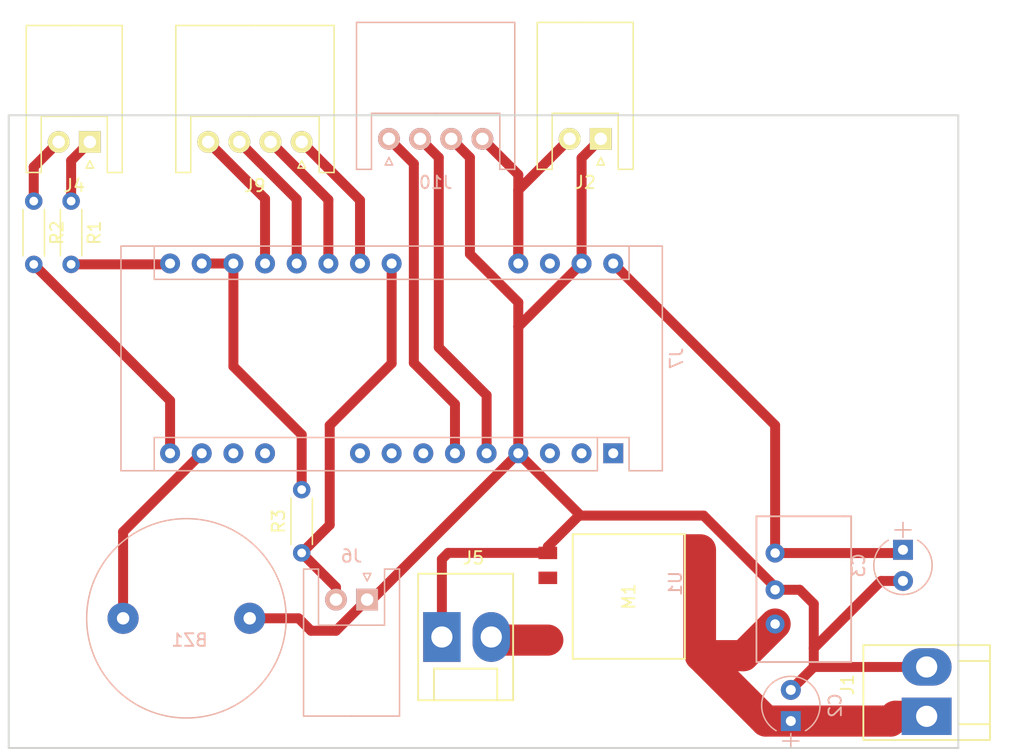
<source format=kicad_pcb>
(kicad_pcb (version 4) (host pcbnew 4.0.6)

  (general
    (links 36)
    (no_connects 4)
    (area 78.115 77.175 160.26 137.260001)
    (thickness 1.6)
    (drawings 4)
    (tracks 86)
    (zones 0)
    (modules 16)
    (nets 19)
  )

  (page A4)
  (layers
    (0 F.Cu signal)
    (31 B.Cu signal)
    (32 B.Adhes user)
    (33 F.Adhes user)
    (34 B.Paste user)
    (35 F.Paste user)
    (36 B.SilkS user)
    (37 F.SilkS user)
    (38 B.Mask user)
    (39 F.Mask user)
    (40 Dwgs.User user)
    (41 Cmts.User user)
    (42 Eco1.User user)
    (43 Eco2.User user)
    (44 Edge.Cuts user)
    (45 Margin user)
    (46 B.CrtYd user)
    (47 F.CrtYd user)
    (48 B.Fab user)
    (49 F.Fab user)
  )

  (setup
    (last_trace_width 0.8)
    (trace_clearance 0)
    (zone_clearance 0.508)
    (zone_45_only no)
    (trace_min 0.2)
    (segment_width 0.2)
    (edge_width 0.15)
    (via_size 0.6)
    (via_drill 0.4)
    (via_min_size 0.4)
    (via_min_drill 0.3)
    (uvia_size 0.3)
    (uvia_drill 0.1)
    (uvias_allowed no)
    (uvia_min_size 0.2)
    (uvia_min_drill 0.1)
    (pcb_text_width 0.3)
    (pcb_text_size 1.5 1.5)
    (mod_edge_width 0.15)
    (mod_text_size 1 1)
    (mod_text_width 0.15)
    (pad_size 1.75 1.75)
    (pad_drill 1)
    (pad_to_mask_clearance 0.2)
    (aux_axis_origin 0 0)
    (visible_elements 7FFFFFFF)
    (pcbplotparams
      (layerselection 0x01000_00000001)
      (usegerberextensions false)
      (excludeedgelayer true)
      (linewidth 0.100000)
      (plotframeref false)
      (viasonmask false)
      (mode 1)
      (useauxorigin false)
      (hpglpennumber 1)
      (hpglpenspeed 20)
      (hpglpendiameter 15)
      (hpglpenoverlay 2)
      (psnegative false)
      (psa4output false)
      (plotreference false)
      (plotvalue false)
      (plotinvisibletext false)
      (padsonsilk false)
      (subtractmaskfromsilk false)
      (outputformat 1)
      (mirror false)
      (drillshape 0)
      (scaleselection 1)
      (outputdirectory ""))
  )

  (net 0 "")
  (net 1 GND)
  (net 2 "Net-(C3-Pad1)")
  (net 3 "Net-(J7-PadA1)")
  (net 4 "Net-(J4-Pad1)")
  (net 5 "Net-(J4-Pad2)")
  (net 6 "Net-(J7-PadA3)")
  (net 7 "Net-(BZ1-Pad1)")
  (net 8 +24V)
  (net 9 "Net-(J6-Pad1)")
  (net 10 "Net-(J7-PadA0)")
  (net 11 "Net-(J10-Pad1)")
  (net 12 "Net-(J7-PadA2)")
  (net 13 "Net-(J10-Pad2)")
  (net 14 "Net-(J7-PadD11)")
  (net 15 "Net-(J7-PadD12)")
  (net 16 "Net-(J7-Pad3.3V)")
  (net 17 +5V)
  (net 18 "Net-(J7-PadD4)")

  (net_class Default "This is the default net class."
    (clearance 0)
    (trace_width 0.8)
    (via_dia 0.6)
    (via_drill 0.4)
    (uvia_dia 0.3)
    (uvia_drill 0.1)
    (add_net +24V)
    (add_net +5V)
    (add_net GND)
    (add_net "Net-(BZ1-Pad1)")
    (add_net "Net-(C3-Pad1)")
    (add_net "Net-(J10-Pad1)")
    (add_net "Net-(J10-Pad2)")
    (add_net "Net-(J4-Pad1)")
    (add_net "Net-(J4-Pad2)")
    (add_net "Net-(J6-Pad1)")
    (add_net "Net-(J7-Pad3.3V)")
    (add_net "Net-(J7-PadA0)")
    (add_net "Net-(J7-PadA1)")
    (add_net "Net-(J7-PadA2)")
    (add_net "Net-(J7-PadA3)")
    (add_net "Net-(J7-PadD11)")
    (add_net "Net-(J7-PadD12)")
    (add_net "Net-(J7-PadD4)")
  )

  (net_class +24V ""
    (clearance 0)
    (trace_width 1.5)
    (via_dia 0.6)
    (via_drill 0.4)
    (uvia_dia 0.3)
    (uvia_drill 0.1)
  )

  (module Buzzers_Beepers:BUZZER (layer B.Cu) (tedit 0) (tstamp 5993179D)
    (at 93 126.75)
    (path /59921F3E)
    (fp_text reference BZ1 (at 0.24892 1.75006) (layer B.SilkS)
      (effects (font (size 1 1) (thickness 0.15)) (justify mirror))
    )
    (fp_text value Buzzer (at 0 -1.50114) (layer B.Fab)
      (effects (font (size 1 1) (thickness 0.15)) (justify mirror))
    )
    (fp_circle (center 0 0) (end 8.001 -0.24892) (layer B.SilkS) (width 0.12))
    (pad 2 thru_hole circle (at 5.08 0) (size 2.49936 2.49936) (drill 1.00076) (layers *.Cu *.Mask)
      (net 1 GND))
    (pad 1 thru_hole circle (at -5.08 0) (size 2.49936 2.49936) (drill 1.00076) (layers *.Cu *.Mask)
      (net 7 "Net-(BZ1-Pad1)"))
  )

  (module MyFootprints:VN750PT (layer F.Cu) (tedit 59934EEF) (tstamp 59931AE3)
    (at 128 125 270)
    (path /5991F16C)
    (fp_text reference M1 (at 0 -0.5 270) (layer F.SilkS)
      (effects (font (size 1 1) (thickness 0.15)))
    )
    (fp_text value VN750PT (at 0 -2.54 270) (layer F.Fab)
      (effects (font (size 1 1) (thickness 0.15)))
    )
    (fp_line (start -5 4) (end 5 4) (layer F.SilkS) (width 0.15))
    (fp_line (start 5 4) (end 5 -5) (layer F.SilkS) (width 0.15))
    (fp_line (start 5 -5) (end -5 -5) (layer F.SilkS) (width 0.15))
    (fp_line (start -5 -5) (end -5 4) (layer F.SilkS) (width 0.15))
    (pad Vcc smd rect (at 0 -5.5 270) (size 10 1.25) (layers F.Cu F.Paste F.Mask)
      (net 8 +24V))
    (pad GND smd rect (at -3.5 6 270) (size 1 1.5) (layers F.Cu F.Paste F.Mask)
      (net 1 GND))
    (pad Inpu smd rect (at -1.5 6 270) (size 1 1.5) (layers F.Cu F.Paste F.Mask)
      (net 18 "Net-(J7-PadD4)"))
    (pad Vout smd rect (at 3.5 6 270) (size 1 1.5) (layers F.Cu F.Paste F.Mask)
      (net 8 +24V))
  )

  (module Modules:Arduino_Nano (layer B.Cu) (tedit 59934C99) (tstamp 59931A9B)
    (at 127.25 113.5 90)
    (descr "Arduino Nano, http://www.mouser.com/pdfdocs/Gravitech_Arduino_Nano3_0.pdf")
    (tags "Arduino Nano")
    (path /5991E2A5)
    (fp_text reference J7 (at 7.62 5.08 90) (layer B.SilkS)
      (effects (font (size 1 1) (thickness 0.15)) (justify mirror))
    )
    (fp_text value "Arduino Micro" (at 8.5 -17.75 360) (layer B.Fab)
      (effects (font (size 1 1) (thickness 0.15)) (justify mirror))
    )
    (fp_text user %R (at 6.35 -19.05 360) (layer B.Fab)
      (effects (font (size 1 1) (thickness 0.15)) (justify mirror))
    )
    (fp_line (start 1.27 -1.27) (end 1.27 1.27) (layer B.SilkS) (width 0.12))
    (fp_line (start 1.27 1.27) (end -1.4 1.27) (layer B.SilkS) (width 0.12))
    (fp_line (start -1.4 -1.27) (end -1.4 -39.5) (layer B.SilkS) (width 0.12))
    (fp_line (start -1.4 3.94) (end -1.4 1.27) (layer B.SilkS) (width 0.12))
    (fp_line (start 13.97 1.27) (end 16.64 1.27) (layer B.SilkS) (width 0.12))
    (fp_line (start 13.97 1.27) (end 13.97 -36.83) (layer B.SilkS) (width 0.12))
    (fp_line (start 13.97 -36.83) (end 16.64 -36.83) (layer B.SilkS) (width 0.12))
    (fp_line (start 1.27 -1.27) (end -1.4 -1.27) (layer B.SilkS) (width 0.12))
    (fp_line (start 1.27 -1.27) (end 1.27 -36.83) (layer B.SilkS) (width 0.12))
    (fp_line (start 1.27 -36.83) (end -1.4 -36.83) (layer B.SilkS) (width 0.12))
    (fp_line (start 3.81 -31.75) (end 11.43 -31.75) (layer B.Fab) (width 0.1))
    (fp_line (start 11.43 -31.75) (end 11.43 -41.91) (layer B.Fab) (width 0.1))
    (fp_line (start 11.43 -41.91) (end 3.81 -41.91) (layer B.Fab) (width 0.1))
    (fp_line (start 3.81 -41.91) (end 3.81 -31.75) (layer B.Fab) (width 0.1))
    (fp_line (start -1.4 -39.5) (end 16.64 -39.5) (layer B.SilkS) (width 0.12))
    (fp_line (start 16.64 -39.5) (end 16.64 3.94) (layer B.SilkS) (width 0.12))
    (fp_line (start 16.64 3.94) (end -1.4 3.94) (layer B.SilkS) (width 0.12))
    (fp_line (start 16.51 -39.37) (end -1.27 -39.37) (layer B.Fab) (width 0.1))
    (fp_line (start -1.27 -39.37) (end -1.27 2.54) (layer B.Fab) (width 0.1))
    (fp_line (start -1.27 2.54) (end 0 3.81) (layer B.Fab) (width 0.1))
    (fp_line (start 0 3.81) (end 16.51 3.81) (layer B.Fab) (width 0.1))
    (fp_line (start 16.51 3.81) (end 16.51 -39.37) (layer B.Fab) (width 0.1))
    (fp_line (start -1.53 4.06) (end 16.75 4.06) (layer B.CrtYd) (width 0.05))
    (fp_line (start -1.53 4.06) (end -1.53 -42.16) (layer B.CrtYd) (width 0.05))
    (fp_line (start 16.75 -42.16) (end 16.75 4.06) (layer B.CrtYd) (width 0.05))
    (fp_line (start 16.75 -42.16) (end -1.53 -42.16) (layer B.CrtYd) (width 0.05))
    (pad TX thru_hole rect (at 0 0 90) (size 1.6 1.6) (drill 0.8) (layers *.Cu *.Mask))
    (pad 3.3V thru_hole oval (at 15.24 -33.02 90) (size 1.6 1.6) (drill 0.8) (layers *.Cu *.Mask)
      (net 16 "Net-(J7-Pad3.3V)"))
    (pad RX thru_hole oval (at 0 -2.54 90) (size 1.6 1.6) (drill 0.8) (layers *.Cu *.Mask))
    (pad AREF thru_hole oval (at 15.24 -30.48 90) (size 1.6 1.6) (drill 0.8) (layers *.Cu *.Mask)
      (net 16 "Net-(J7-Pad3.3V)"))
    (pad RS thru_hole oval (at 0 -5.08 90) (size 1.6 1.6) (drill 0.8) (layers *.Cu *.Mask))
    (pad A0 thru_hole oval (at 15.24 -27.94 90) (size 1.6 1.6) (drill 0.8) (layers *.Cu *.Mask)
      (net 10 "Net-(J7-PadA0)"))
    (pad GND thru_hole oval (at 0 -7.62 90) (size 1.6 1.6) (drill 0.8) (layers *.Cu *.Mask)
      (net 1 GND))
    (pad A1 thru_hole oval (at 15.24 -25.4 90) (size 1.6 1.6) (drill 0.8) (layers *.Cu *.Mask)
      (net 3 "Net-(J7-PadA1)"))
    (pad SDA thru_hole oval (at 0 -10.16 90) (size 1.6 1.6) (drill 0.8) (layers *.Cu *.Mask)
      (net 11 "Net-(J10-Pad1)"))
    (pad A2 thru_hole oval (at 15.24 -22.86 90) (size 1.6 1.6) (drill 0.8) (layers *.Cu *.Mask)
      (net 12 "Net-(J7-PadA2)"))
    (pad SCL thru_hole oval (at 0 -12.7 90) (size 1.6 1.6) (drill 0.8) (layers *.Cu *.Mask)
      (net 13 "Net-(J10-Pad2)"))
    (pad A3 thru_hole oval (at 15.24 -20.32 90) (size 1.6 1.6) (drill 0.8) (layers *.Cu *.Mask)
      (net 6 "Net-(J7-PadA3)"))
    (pad D4 thru_hole oval (at 0 -15.24 90) (size 1.6 1.6) (drill 0.8) (layers *.Cu *.Mask))
    (pad A4 thru_hole oval (at 15.24 -17.78 90) (size 1.6 1.6) (drill 0.8) (layers *.Cu *.Mask)
      (net 9 "Net-(J6-Pad1)"))
    (pad D5 thru_hole oval (at 0 -17.78 90) (size 1.6 1.6) (drill 0.8) (layers *.Cu *.Mask))
    (pad D6 thru_hole oval (at 0 -20.32 90) (size 1.6 1.6) (drill 0.8) (layers *.Cu *.Mask))
    (pad 5V thru_hole oval (at 15.24 -7.62 90) (size 1.6 1.6) (drill 0.8) (layers *.Cu *.Mask)
      (net 17 +5V))
    (pad D9 thru_hole oval (at 0 -27.94 90) (size 1.6 1.6) (drill 0.8) (layers *.Cu *.Mask))
    (pad RS thru_hole oval (at 15.24 -5.08 90) (size 1.6 1.6) (drill 0.8) (layers *.Cu *.Mask))
    (pad D10 thru_hole oval (at 0 -30.48 90) (size 1.6 1.6) (drill 0.8) (layers *.Cu *.Mask)
      (net 18 "Net-(J7-PadD4)"))
    (pad GND thru_hole oval (at 15.24 -2.54 90) (size 1.6 1.6) (drill 0.8) (layers *.Cu *.Mask)
      (net 1 GND))
    (pad D11 thru_hole oval (at 0 -33.02 90) (size 1.6 1.6) (drill 0.8) (layers *.Cu *.Mask)
      (net 7 "Net-(BZ1-Pad1)"))
    (pad Vin thru_hole oval (at 15.24 0 90) (size 1.6 1.6) (drill 0.8) (layers *.Cu *.Mask)
      (net 2 "Net-(C3-Pad1)"))
    (pad D12 thru_hole oval (at 0 -35.56 90) (size 1.6 1.6) (drill 0.8) (layers *.Cu *.Mask)
      (net 15 "Net-(J7-PadD12)"))
    (pad D13 thru_hole oval (at 15.24 -35.56 90) (size 1.6 1.6) (drill 0.8) (layers *.Cu *.Mask)
      (net 14 "Net-(J7-PadD11)"))
  )

  (module Connectors_Molex:Molex_KK-41791-02_02x3.96mm_Straight (layer F.Cu) (tedit 599339D7) (tstamp 59931A1D)
    (at 152.4 134.62 90)
    (descr "Connector Headers with Friction Lock, 26-60-4020, http://www.molex.com/pdm_docs/sd/026604020_sd.pdf")
    (tags "connector molex kk_41791 26-60-4020")
    (path /59920050)
    (fp_text reference J1 (at 2.54 -6.35 90) (layer F.SilkS)
      (effects (font (size 1 1) (thickness 0.15)))
    )
    (fp_text value Power (at 3.175 6.985 90) (layer F.Fab)
      (effects (font (size 1 1) (thickness 0.15)))
    )
    (fp_line (start -2.5 -5.75) (end 6.25 -5.75) (layer F.CrtYd) (width 0.05))
    (fp_line (start 6.25 -5.75) (end 6.25 5.75) (layer F.CrtYd) (width 0.05))
    (fp_line (start 6.25 5.75) (end -2.5 5.75) (layer F.CrtYd) (width 0.05))
    (fp_line (start -2.5 5.75) (end -2.5 -5.75) (layer F.CrtYd) (width 0.05))
    (fp_text user %R (at 1.905 0 90) (layer F.Fab)
      (effects (font (size 1 1) (thickness 0.15)))
    )
    (fp_line (start -2.032 -5.207) (end 5.842 -5.207) (layer F.Fab) (width 0.15))
    (fp_line (start 5.842 -5.207) (end 5.842 5.207) (layer F.Fab) (width 0.15))
    (fp_line (start 5.842 5.207) (end -2.032 5.207) (layer F.Fab) (width 0.15))
    (fp_line (start -2.032 5.207) (end -2.032 -5.207) (layer F.Fab) (width 0.15))
    (fp_line (start -0.635 5.08) (end -0.635 2.54) (layer F.SilkS) (width 0.15))
    (fp_line (start -0.635 2.54) (end 4.445 2.54) (layer F.SilkS) (width 0.15))
    (fp_line (start 4.445 2.54) (end 4.445 5.08) (layer F.SilkS) (width 0.15))
    (fp_line (start 5.715 5.08) (end -1.905 5.08) (layer F.SilkS) (width 0.15))
    (fp_line (start -1.905 5.08) (end -1.905 -5.08) (layer F.SilkS) (width 0.15))
    (fp_line (start -1.905 -5.08) (end 5.715 -5.08) (layer F.SilkS) (width 0.15))
    (fp_line (start 5.715 -5.08) (end 5.715 5.08) (layer F.SilkS) (width 0.15))
    (pad 1 thru_hole rect (at 0 0 90) (size 3 4) (drill 1.7) (layers *.Cu *.Mask)
      (net 8 +24V))
    (pad 2 thru_hole oval (at 3.9624 0 90) (size 3 4) (drill 1.7) (layers *.Cu *.Mask)
      (net 1 GND))
  )

  (module Connectors_Molex:Molex_KK-41791-02_02x3.96mm_Straight (layer F.Cu) (tedit 599349AA) (tstamp 59931A33)
    (at 113.5 128.25)
    (descr "Connector Headers with Friction Lock, 26-60-4020, http://www.molex.com/pdm_docs/sd/026604020_sd.pdf")
    (tags "connector molex kk_41791 26-60-4020")
    (path /59920556)
    (fp_text reference J5 (at 2.54 -6.35) (layer F.SilkS)
      (effects (font (size 1 1) (thickness 0.15)))
    )
    (fp_text value OtterPower (at 3.175 6.985) (layer F.Fab)
      (effects (font (size 1 1) (thickness 0.15)))
    )
    (fp_line (start -2.5 -5.75) (end 6.25 -5.75) (layer F.CrtYd) (width 0.05))
    (fp_line (start 6.25 -5.75) (end 6.25 5.75) (layer F.CrtYd) (width 0.05))
    (fp_line (start 6.25 5.75) (end -2.5 5.75) (layer F.CrtYd) (width 0.05))
    (fp_line (start -2.5 5.75) (end -2.5 -5.75) (layer F.CrtYd) (width 0.05))
    (fp_text user %R (at 1.905 0) (layer F.Fab)
      (effects (font (size 1 1) (thickness 0.15)))
    )
    (fp_line (start -2.032 -5.207) (end 5.842 -5.207) (layer F.Fab) (width 0.15))
    (fp_line (start 5.842 -5.207) (end 5.842 5.207) (layer F.Fab) (width 0.15))
    (fp_line (start 5.842 5.207) (end -2.032 5.207) (layer F.Fab) (width 0.15))
    (fp_line (start -2.032 5.207) (end -2.032 -5.207) (layer F.Fab) (width 0.15))
    (fp_line (start -0.635 5.08) (end -0.635 2.54) (layer F.SilkS) (width 0.15))
    (fp_line (start -0.635 2.54) (end 4.445 2.54) (layer F.SilkS) (width 0.15))
    (fp_line (start 4.445 2.54) (end 4.445 5.08) (layer F.SilkS) (width 0.15))
    (fp_line (start 5.715 5.08) (end -1.905 5.08) (layer F.SilkS) (width 0.15))
    (fp_line (start -1.905 5.08) (end -1.905 -5.08) (layer F.SilkS) (width 0.15))
    (fp_line (start -1.905 -5.08) (end 5.715 -5.08) (layer F.SilkS) (width 0.15))
    (fp_line (start 5.715 -5.08) (end 5.715 5.08) (layer F.SilkS) (width 0.15))
    (pad 1 thru_hole rect (at 0 0) (size 3 4) (drill 1.7) (layers *.Cu *.Mask)
      (net 1 GND))
    (pad 2 thru_hole oval (at 3.9624 0) (size 3 4) (drill 1.7) (layers *.Cu *.Mask)
      (net 8 +24V))
  )

  (module Connectors_JST:JST_XH_S02B-XH-A_02x2.50mm_Angled (layer B.Cu) (tedit 599344C0) (tstamp 59931A5A)
    (at 107.5 125.25 180)
    (descr "JST XH series connector, S02B-XH-A, side entry type, through hole")
    (tags "connector jst xh tht side horizontal angled 2.50mm")
    (path /599218C4)
    (fp_text reference J6 (at 1.25 3.5 180) (layer B.SilkS)
      (effects (font (size 1 1) (thickness 0.15)) (justify mirror))
    )
    (fp_text value "Thermistor Connector" (at 1.25 -10.3 180) (layer B.Fab)
      (effects (font (size 1 1) (thickness 0.15)) (justify mirror))
    )
    (fp_line (start -2.45 2.3) (end -2.45 -9.2) (layer B.Fab) (width 0.1))
    (fp_line (start -2.45 -9.2) (end 4.95 -9.2) (layer B.Fab) (width 0.1))
    (fp_line (start 4.95 -9.2) (end 4.95 2.3) (layer B.Fab) (width 0.1))
    (fp_line (start 4.95 2.3) (end -2.45 2.3) (layer B.Fab) (width 0.1))
    (fp_line (start -2.95 2.8) (end -2.95 -9.7) (layer B.CrtYd) (width 0.05))
    (fp_line (start -2.95 -9.7) (end 5.45 -9.7) (layer B.CrtYd) (width 0.05))
    (fp_line (start 5.45 -9.7) (end 5.45 2.8) (layer B.CrtYd) (width 0.05))
    (fp_line (start 5.45 2.8) (end -2.95 2.8) (layer B.CrtYd) (width 0.05))
    (fp_line (start 1.25 -9.35) (end -2.6 -9.35) (layer B.SilkS) (width 0.12))
    (fp_line (start -2.6 -9.35) (end -2.6 2.45) (layer B.SilkS) (width 0.12))
    (fp_line (start -2.6 2.45) (end -1.4 2.45) (layer B.SilkS) (width 0.12))
    (fp_line (start -1.4 2.45) (end -1.4 -2.05) (layer B.SilkS) (width 0.12))
    (fp_line (start -1.4 -2.05) (end 1.25 -2.05) (layer B.SilkS) (width 0.12))
    (fp_line (start 1.25 -9.35) (end 5.1 -9.35) (layer B.SilkS) (width 0.12))
    (fp_line (start 5.1 -9.35) (end 5.1 2.45) (layer B.SilkS) (width 0.12))
    (fp_line (start 5.1 2.45) (end 3.9 2.45) (layer B.SilkS) (width 0.12))
    (fp_line (start 3.9 2.45) (end 3.9 -2.05) (layer B.SilkS) (width 0.12))
    (fp_line (start 3.9 -2.05) (end 1.25 -2.05) (layer B.SilkS) (width 0.12))
    (fp_line (start -0.25 -3.45) (end -0.25 -8.7) (layer B.Fab) (width 0.1))
    (fp_line (start -0.25 -8.7) (end 0.25 -8.7) (layer B.Fab) (width 0.1))
    (fp_line (start 0.25 -8.7) (end 0.25 -3.45) (layer B.Fab) (width 0.1))
    (fp_line (start 0.25 -3.45) (end -0.25 -3.45) (layer B.Fab) (width 0.1))
    (fp_line (start 2.25 -3.45) (end 2.25 -8.7) (layer B.Fab) (width 0.1))
    (fp_line (start 2.25 -8.7) (end 2.75 -8.7) (layer B.Fab) (width 0.1))
    (fp_line (start 2.75 -8.7) (end 2.75 -3.45) (layer B.Fab) (width 0.1))
    (fp_line (start 2.75 -3.45) (end 2.25 -3.45) (layer B.Fab) (width 0.1))
    (fp_line (start 0 1.5) (end -0.3 2.1) (layer B.SilkS) (width 0.12))
    (fp_line (start -0.3 2.1) (end 0.3 2.1) (layer B.SilkS) (width 0.12))
    (fp_line (start 0.3 2.1) (end 0 1.5) (layer B.SilkS) (width 0.12))
    (fp_line (start 0 1.5) (end -0.3 2.1) (layer B.Fab) (width 0.1))
    (fp_line (start -0.3 2.1) (end 0.3 2.1) (layer B.Fab) (width 0.1))
    (fp_line (start 0.3 2.1) (end 0 1.5) (layer B.Fab) (width 0.1))
    (fp_text user %R (at 1.25 -2.25 180) (layer B.Fab)
      (effects (font (size 1 1) (thickness 0.15)) (justify mirror))
    )
    (pad 1 thru_hole rect (at 0 0 180) (size 1.75 1.75) (drill 1) (layers *.Cu *.Mask B.SilkS)
      (net 1 GND))
    (pad 2 thru_hole circle (at 2.5 0 180) (size 1.75 1.75) (drill 1) (layers *.Cu *.Mask B.SilkS)
      (net 9 "Net-(J6-Pad1)"))
    (model Connectors_JST.3dshapes/JST_XH_S02B-XH-A_02x2.50mm_Angled.wrl
      (at (xyz 0 0 0))
      (scale (xyz 1 1 1))
      (rotate (xyz 0 0 0))
    )
  )

  (module Connectors_JST:JST_XH_S04B-XH-A_04x2.50mm_Angled (layer F.Cu) (tedit 59943C55) (tstamp 59931AD1)
    (at 102.25 88.5 180)
    (descr "JST XH series connector, S04B-XH-A, side entry type, through hole")
    (tags "connector jst xh tht side horizontal angled 2.50mm")
    (path /59922939)
    (fp_text reference J9 (at 3.75 -3.5 360) (layer F.SilkS)
      (effects (font (size 1 1) (thickness 0.15)))
    )
    (fp_text value "Dome Switches" (at 3.75 10.3 180) (layer F.Fab)
      (effects (font (size 1 1) (thickness 0.15)))
    )
    (fp_line (start -2.45 -2.3) (end -2.45 9.2) (layer F.Fab) (width 0.1))
    (fp_line (start -2.45 9.2) (end 9.95 9.2) (layer F.Fab) (width 0.1))
    (fp_line (start 9.95 9.2) (end 9.95 -2.3) (layer F.Fab) (width 0.1))
    (fp_line (start 9.95 -2.3) (end -2.45 -2.3) (layer F.Fab) (width 0.1))
    (fp_line (start -2.95 -2.8) (end -2.95 9.7) (layer F.CrtYd) (width 0.05))
    (fp_line (start -2.95 9.7) (end 10.45 9.7) (layer F.CrtYd) (width 0.05))
    (fp_line (start 10.45 9.7) (end 10.45 -2.8) (layer F.CrtYd) (width 0.05))
    (fp_line (start 10.45 -2.8) (end -2.95 -2.8) (layer F.CrtYd) (width 0.05))
    (fp_line (start 3.75 9.35) (end -2.6 9.35) (layer F.SilkS) (width 0.12))
    (fp_line (start -2.6 9.35) (end -2.6 -2.45) (layer F.SilkS) (width 0.12))
    (fp_line (start -2.6 -2.45) (end -1.4 -2.45) (layer F.SilkS) (width 0.12))
    (fp_line (start -1.4 -2.45) (end -1.4 2.05) (layer F.SilkS) (width 0.12))
    (fp_line (start -1.4 2.05) (end 3.75 2.05) (layer F.SilkS) (width 0.12))
    (fp_line (start 3.75 9.35) (end 10.1 9.35) (layer F.SilkS) (width 0.12))
    (fp_line (start 10.1 9.35) (end 10.1 -2.45) (layer F.SilkS) (width 0.12))
    (fp_line (start 10.1 -2.45) (end 8.9 -2.45) (layer F.SilkS) (width 0.12))
    (fp_line (start 8.9 -2.45) (end 8.9 2.05) (layer F.SilkS) (width 0.12))
    (fp_line (start 8.9 2.05) (end 3.75 2.05) (layer F.SilkS) (width 0.12))
    (fp_line (start -0.25 3.45) (end -0.25 8.7) (layer F.Fab) (width 0.1))
    (fp_line (start -0.25 8.7) (end 0.25 8.7) (layer F.Fab) (width 0.1))
    (fp_line (start 0.25 8.7) (end 0.25 3.45) (layer F.Fab) (width 0.1))
    (fp_line (start 0.25 3.45) (end -0.25 3.45) (layer F.Fab) (width 0.1))
    (fp_line (start 2.25 3.45) (end 2.25 8.7) (layer F.Fab) (width 0.1))
    (fp_line (start 2.25 8.7) (end 2.75 8.7) (layer F.Fab) (width 0.1))
    (fp_line (start 2.75 8.7) (end 2.75 3.45) (layer F.Fab) (width 0.1))
    (fp_line (start 2.75 3.45) (end 2.25 3.45) (layer F.Fab) (width 0.1))
    (fp_line (start 4.75 3.45) (end 4.75 8.7) (layer F.Fab) (width 0.1))
    (fp_line (start 4.75 8.7) (end 5.25 8.7) (layer F.Fab) (width 0.1))
    (fp_line (start 5.25 8.7) (end 5.25 3.45) (layer F.Fab) (width 0.1))
    (fp_line (start 5.25 3.45) (end 4.75 3.45) (layer F.Fab) (width 0.1))
    (fp_line (start 7.25 3.45) (end 7.25 8.7) (layer F.Fab) (width 0.1))
    (fp_line (start 7.25 8.7) (end 7.75 8.7) (layer F.Fab) (width 0.1))
    (fp_line (start 7.75 8.7) (end 7.75 3.45) (layer F.Fab) (width 0.1))
    (fp_line (start 7.75 3.45) (end 7.25 3.45) (layer F.Fab) (width 0.1))
    (fp_line (start 0 -1.5) (end -0.3 -2.1) (layer F.SilkS) (width 0.12))
    (fp_line (start -0.3 -2.1) (end 0.3 -2.1) (layer F.SilkS) (width 0.12))
    (fp_line (start 0.3 -2.1) (end 0 -1.5) (layer F.SilkS) (width 0.12))
    (fp_line (start 0 -1.5) (end -0.3 -2.1) (layer F.Fab) (width 0.1))
    (fp_line (start -0.3 -2.1) (end 0.3 -2.1) (layer F.Fab) (width 0.1))
    (fp_line (start 0.3 -2.1) (end 0 -1.5) (layer F.Fab) (width 0.1))
    (fp_text user %R (at 3.75 2.25 450) (layer F.Fab)
      (effects (font (size 1 1) (thickness 0.15)))
    )
    (pad 1 thru_hole circle (at 0 0 180) (size 1.75 1.75) (drill 1) (layers *.Cu *.Mask F.SilkS)
      (net 6 "Net-(J7-PadA3)"))
    (pad 2 thru_hole circle (at 2.5 0 180) (size 1.75 1.75) (drill 1) (layers *.Cu *.Mask F.SilkS)
      (net 12 "Net-(J7-PadA2)"))
    (pad 3 thru_hole circle (at 5 0 180) (size 1.75 1.75) (drill 1) (layers *.Cu *.Mask F.SilkS)
      (net 3 "Net-(J7-PadA1)"))
    (pad 4 thru_hole circle (at 7.5 0 180) (size 1.75 1.75) (drill 1) (layers *.Cu *.Mask F.SilkS)
      (net 10 "Net-(J7-PadA0)"))
    (model Connectors_JST.3dshapes/JST_XH_S04B-XH-A_04x2.50mm_Angled.wrl
      (at (xyz 0 0 0))
      (scale (xyz 1 1 1))
      (rotate (xyz 0 0 0))
    )
  )

  (module Resistors_THT:R_Axial_DIN0204_L3.6mm_D1.6mm_P5.08mm_Horizontal (layer F.Cu) (tedit 5874F706) (tstamp 59931AF5)
    (at 83.75 93.25 270)
    (descr "Resistor, Axial_DIN0204 series, Axial, Horizontal, pin pitch=5.08mm, 0.16666666666666666W = 1/6W, length*diameter=3.6*1.6mm^2, http://cdn-reichelt.de/documents/datenblatt/B400/1_4W%23YAG.pdf")
    (tags "Resistor Axial_DIN0204 series Axial Horizontal pin pitch 5.08mm 0.16666666666666666W = 1/6W length 3.6mm diameter 1.6mm")
    (path /59923D52)
    (fp_text reference R1 (at 2.54 -1.86 270) (layer F.SilkS)
      (effects (font (size 1 1) (thickness 0.15)))
    )
    (fp_text value 330 (at 2.54 1.86 270) (layer F.Fab)
      (effects (font (size 1 1) (thickness 0.15)))
    )
    (fp_line (start 0.74 -0.8) (end 0.74 0.8) (layer F.Fab) (width 0.1))
    (fp_line (start 0.74 0.8) (end 4.34 0.8) (layer F.Fab) (width 0.1))
    (fp_line (start 4.34 0.8) (end 4.34 -0.8) (layer F.Fab) (width 0.1))
    (fp_line (start 4.34 -0.8) (end 0.74 -0.8) (layer F.Fab) (width 0.1))
    (fp_line (start 0 0) (end 0.74 0) (layer F.Fab) (width 0.1))
    (fp_line (start 5.08 0) (end 4.34 0) (layer F.Fab) (width 0.1))
    (fp_line (start 0.68 -0.86) (end 4.4 -0.86) (layer F.SilkS) (width 0.12))
    (fp_line (start 0.68 0.86) (end 4.4 0.86) (layer F.SilkS) (width 0.12))
    (fp_line (start -0.95 -1.15) (end -0.95 1.15) (layer F.CrtYd) (width 0.05))
    (fp_line (start -0.95 1.15) (end 6.05 1.15) (layer F.CrtYd) (width 0.05))
    (fp_line (start 6.05 1.15) (end 6.05 -1.15) (layer F.CrtYd) (width 0.05))
    (fp_line (start 6.05 -1.15) (end -0.95 -1.15) (layer F.CrtYd) (width 0.05))
    (pad 1 thru_hole circle (at 0 0 270) (size 1.4 1.4) (drill 0.7) (layers *.Cu *.Mask)
      (net 4 "Net-(J4-Pad1)"))
    (pad 2 thru_hole oval (at 5.08 0 270) (size 1.4 1.4) (drill 0.7) (layers *.Cu *.Mask)
      (net 14 "Net-(J7-PadD11)"))
    (model ${KISYS3DMOD}/Resistors_THT.3dshapes/R_Axial_DIN0204_L3.6mm_D1.6mm_P5.08mm_Horizontal.wrl
      (at (xyz 0 0 0))
      (scale (xyz 0.393701 0.393701 0.393701))
      (rotate (xyz 0 0 0))
    )
  )

  (module Resistors_THT:R_Axial_DIN0204_L3.6mm_D1.6mm_P5.08mm_Horizontal (layer F.Cu) (tedit 5874F706) (tstamp 59931B07)
    (at 80.75 93.25 270)
    (descr "Resistor, Axial_DIN0204 series, Axial, Horizontal, pin pitch=5.08mm, 0.16666666666666666W = 1/6W, length*diameter=3.6*1.6mm^2, http://cdn-reichelt.de/documents/datenblatt/B400/1_4W%23YAG.pdf")
    (tags "Resistor Axial_DIN0204 series Axial Horizontal pin pitch 5.08mm 0.16666666666666666W = 1/6W length 3.6mm diameter 1.6mm")
    (path /59923B77)
    (fp_text reference R2 (at 2.54 -1.86 270) (layer F.SilkS)
      (effects (font (size 1 1) (thickness 0.15)))
    )
    (fp_text value 330 (at 2.54 1.86 270) (layer F.Fab)
      (effects (font (size 1 1) (thickness 0.15)))
    )
    (fp_line (start 0.74 -0.8) (end 0.74 0.8) (layer F.Fab) (width 0.1))
    (fp_line (start 0.74 0.8) (end 4.34 0.8) (layer F.Fab) (width 0.1))
    (fp_line (start 4.34 0.8) (end 4.34 -0.8) (layer F.Fab) (width 0.1))
    (fp_line (start 4.34 -0.8) (end 0.74 -0.8) (layer F.Fab) (width 0.1))
    (fp_line (start 0 0) (end 0.74 0) (layer F.Fab) (width 0.1))
    (fp_line (start 5.08 0) (end 4.34 0) (layer F.Fab) (width 0.1))
    (fp_line (start 0.68 -0.86) (end 4.4 -0.86) (layer F.SilkS) (width 0.12))
    (fp_line (start 0.68 0.86) (end 4.4 0.86) (layer F.SilkS) (width 0.12))
    (fp_line (start -0.95 -1.15) (end -0.95 1.15) (layer F.CrtYd) (width 0.05))
    (fp_line (start -0.95 1.15) (end 6.05 1.15) (layer F.CrtYd) (width 0.05))
    (fp_line (start 6.05 1.15) (end 6.05 -1.15) (layer F.CrtYd) (width 0.05))
    (fp_line (start 6.05 -1.15) (end -0.95 -1.15) (layer F.CrtYd) (width 0.05))
    (pad 1 thru_hole circle (at 0 0 270) (size 1.4 1.4) (drill 0.7) (layers *.Cu *.Mask)
      (net 5 "Net-(J4-Pad2)"))
    (pad 2 thru_hole oval (at 5.08 0 270) (size 1.4 1.4) (drill 0.7) (layers *.Cu *.Mask)
      (net 15 "Net-(J7-PadD12)"))
    (model ${KISYS3DMOD}/Resistors_THT.3dshapes/R_Axial_DIN0204_L3.6mm_D1.6mm_P5.08mm_Horizontal.wrl
      (at (xyz 0 0 0))
      (scale (xyz 0.393701 0.393701 0.393701))
      (rotate (xyz 0 0 0))
    )
  )

  (module Resistors_THT:R_Axial_DIN0204_L3.6mm_D1.6mm_P5.08mm_Horizontal (layer F.Cu) (tedit 5874F706) (tstamp 59931B19)
    (at 102.25 121.5 90)
    (descr "Resistor, Axial_DIN0204 series, Axial, Horizontal, pin pitch=5.08mm, 0.16666666666666666W = 1/6W, length*diameter=3.6*1.6mm^2, http://cdn-reichelt.de/documents/datenblatt/B400/1_4W%23YAG.pdf")
    (tags "Resistor Axial_DIN0204 series Axial Horizontal pin pitch 5.08mm 0.16666666666666666W = 1/6W length 3.6mm diameter 1.6mm")
    (path /5991FC7B)
    (fp_text reference R3 (at 2.54 -1.86 90) (layer F.SilkS)
      (effects (font (size 1 1) (thickness 0.15)))
    )
    (fp_text value 50k (at 2.54 1.86 90) (layer F.Fab)
      (effects (font (size 1 1) (thickness 0.15)))
    )
    (fp_line (start 0.74 -0.8) (end 0.74 0.8) (layer F.Fab) (width 0.1))
    (fp_line (start 0.74 0.8) (end 4.34 0.8) (layer F.Fab) (width 0.1))
    (fp_line (start 4.34 0.8) (end 4.34 -0.8) (layer F.Fab) (width 0.1))
    (fp_line (start 4.34 -0.8) (end 0.74 -0.8) (layer F.Fab) (width 0.1))
    (fp_line (start 0 0) (end 0.74 0) (layer F.Fab) (width 0.1))
    (fp_line (start 5.08 0) (end 4.34 0) (layer F.Fab) (width 0.1))
    (fp_line (start 0.68 -0.86) (end 4.4 -0.86) (layer F.SilkS) (width 0.12))
    (fp_line (start 0.68 0.86) (end 4.4 0.86) (layer F.SilkS) (width 0.12))
    (fp_line (start -0.95 -1.15) (end -0.95 1.15) (layer F.CrtYd) (width 0.05))
    (fp_line (start -0.95 1.15) (end 6.05 1.15) (layer F.CrtYd) (width 0.05))
    (fp_line (start 6.05 1.15) (end 6.05 -1.15) (layer F.CrtYd) (width 0.05))
    (fp_line (start 6.05 -1.15) (end -0.95 -1.15) (layer F.CrtYd) (width 0.05))
    (pad 1 thru_hole circle (at 0 0 90) (size 1.4 1.4) (drill 0.7) (layers *.Cu *.Mask)
      (net 9 "Net-(J6-Pad1)"))
    (pad 2 thru_hole oval (at 5.08 0 90) (size 1.4 1.4) (drill 0.7) (layers *.Cu *.Mask)
      (net 16 "Net-(J7-Pad3.3V)"))
    (model ${KISYS3DMOD}/Resistors_THT.3dshapes/R_Axial_DIN0204_L3.6mm_D1.6mm_P5.08mm_Horizontal.wrl
      (at (xyz 0 0 0))
      (scale (xyz 0.393701 0.393701 0.393701))
      (rotate (xyz 0 0 0))
    )
  )

  (module MyFootprints:BuckDownConverter (layer B.Cu) (tedit 59934036) (tstamp 59931B25)
    (at 142.24 124.46 270)
    (path /5991F407)
    (fp_text reference U1 (at -0.5 10 270) (layer B.SilkS)
      (effects (font (size 1 1) (thickness 0.15)) (justify mirror))
    )
    (fp_text value BuckStep-DownConverter (at -0.5 11 270) (layer B.Fab)
      (effects (font (size 1 1) (thickness 0.15)) (justify mirror))
    )
    (fp_line (start -5.9 3.5) (end -5.9 -3.5) (layer B.SilkS) (width 0.15))
    (fp_line (start -5.9 -3.5) (end -5.9 -4.1) (layer B.SilkS) (width 0.15))
    (fp_line (start -5.9 -4.1) (end 5.8 -4.1) (layer B.SilkS) (width 0.15))
    (fp_line (start 5.8 -4.1) (end 5.8 3.5) (layer B.SilkS) (width 0.15))
    (fp_line (start 5.8 3.5) (end -5.9 3.5) (layer B.SilkS) (width 0.15))
    (pad Vout thru_hole circle (at -2.95 2 270) (size 1.524 1.524) (drill 0.762) (layers *.Cu *.Mask)
      (net 2 "Net-(C3-Pad1)"))
    (pad GND thru_hole circle (at 0 2 270) (size 1.524 1.524) (drill 0.762) (layers *.Cu *.Mask)
      (net 1 GND))
    (pad Vin thru_hole circle (at 2.75 2 270) (size 1.524 1.524) (drill 0.762) (layers *.Cu *.Mask)
      (net 8 +24V))
  )

  (module Capacitors_THT:CP_Radial_Tantal_D4.5mm_P2.50mm (layer B.Cu) (tedit 599339E5) (tstamp 59931A07)
    (at 150.5 121.25 270)
    (descr "CP, Radial_Tantal series, Radial, pin pitch=2.50mm, , diameter=4.5mm, Tantal Electrolytic Capacitor, http://cdn-reichelt.de/documents/datenblatt/B300/TANTAL-TB-Serie%23.pdf")
    (tags "CP Radial_Tantal series Radial pin pitch 2.50mm  diameter 4.5mm Tantal Electrolytic Capacitor")
    (path /5993157A)
    (fp_text reference C3 (at 1.25 3.56 270) (layer B.SilkS)
      (effects (font (size 1 1) (thickness 0.15)) (justify mirror))
    )
    (fp_text value CP1 (at 1.25 -3.56 270) (layer B.Fab)
      (effects (font (size 1 1) (thickness 0.15)) (justify mirror))
    )
    (fp_arc (start 1.25 0) (end -0.770693 1.18) (angle -119.4) (layer B.SilkS) (width 0.12))
    (fp_arc (start 1.25 0) (end -0.770693 -1.18) (angle 119.4) (layer B.SilkS) (width 0.12))
    (fp_arc (start 1.25 0) (end 3.270693 1.18) (angle -60.6) (layer B.SilkS) (width 0.12))
    (fp_circle (center 1.25 0) (end 3.5 0) (layer B.Fab) (width 0.1))
    (fp_line (start -2.2 0) (end -1 0) (layer B.Fab) (width 0.1))
    (fp_line (start -1.6 0.65) (end -1.6 -0.65) (layer B.Fab) (width 0.1))
    (fp_line (start -2.2 0) (end -1 0) (layer B.SilkS) (width 0.12))
    (fp_line (start -1.6 0.65) (end -1.6 -0.65) (layer B.SilkS) (width 0.12))
    (fp_line (start -1.35 2.6) (end -1.35 -2.6) (layer B.CrtYd) (width 0.05))
    (fp_line (start -1.35 -2.6) (end 3.85 -2.6) (layer B.CrtYd) (width 0.05))
    (fp_line (start 3.85 -2.6) (end 3.85 2.6) (layer B.CrtYd) (width 0.05))
    (fp_line (start 3.85 2.6) (end -1.35 2.6) (layer B.CrtYd) (width 0.05))
    (fp_text user %R (at 1.25 0 270) (layer B.Fab)
      (effects (font (size 1 1) (thickness 0.15)) (justify mirror))
    )
    (pad 1 thru_hole rect (at 0 0 270) (size 1.6 1.6) (drill 0.8) (layers *.Cu *.Mask)
      (net 2 "Net-(C3-Pad1)"))
    (pad 2 thru_hole circle (at 2.5 0 270) (size 1.6 1.6) (drill 0.8) (layers *.Cu *.Mask)
      (net 1 GND))
    (model ${KISYS3DMOD}/Capacitors_THT.3dshapes/CP_Radial_Tantal_D4.5mm_P2.50mm.wrl
      (at (xyz 0 0 0))
      (scale (xyz 1 1 1))
      (rotate (xyz 0 0 0))
    )
  )

  (module Capacitors_THT:CP_Radial_Tantal_D4.5mm_P2.50mm (layer B.Cu) (tedit 59933CDC) (tstamp 59931939)
    (at 141.5 135 90)
    (descr "CP, Radial_Tantal series, Radial, pin pitch=2.50mm, , diameter=4.5mm, Tantal Electrolytic Capacitor, http://cdn-reichelt.de/documents/datenblatt/B300/TANTAL-TB-Serie%23.pdf")
    (tags "CP Radial_Tantal series Radial pin pitch 2.50mm  diameter 4.5mm Tantal Electrolytic Capacitor")
    (path /5993144A)
    (fp_text reference C2 (at 1.25 3.56 90) (layer B.SilkS)
      (effects (font (size 1 1) (thickness 0.15)) (justify mirror))
    )
    (fp_text value CP1 (at 1.25 -3.56 90) (layer B.Fab)
      (effects (font (size 1 1) (thickness 0.15)) (justify mirror))
    )
    (fp_arc (start 1.25 0) (end -0.770693 1.18) (angle -119.4) (layer B.SilkS) (width 0.12))
    (fp_arc (start 1.25 0) (end -0.770693 -1.18) (angle 119.4) (layer B.SilkS) (width 0.12))
    (fp_arc (start 1.25 0) (end 3.270693 1.18) (angle -60.6) (layer B.SilkS) (width 0.12))
    (fp_circle (center 1.25 0) (end 3.5 0) (layer B.Fab) (width 0.1))
    (fp_line (start -2.2 0) (end -1 0) (layer B.Fab) (width 0.1))
    (fp_line (start -1.6 0.65) (end -1.6 -0.65) (layer B.Fab) (width 0.1))
    (fp_line (start -2.2 0) (end -1 0) (layer B.SilkS) (width 0.12))
    (fp_line (start -1.6 0.65) (end -1.6 -0.65) (layer B.SilkS) (width 0.12))
    (fp_line (start -1.35 2.6) (end -1.35 -2.6) (layer B.CrtYd) (width 0.05))
    (fp_line (start -1.35 -2.6) (end 3.85 -2.6) (layer B.CrtYd) (width 0.05))
    (fp_line (start 3.85 -2.6) (end 3.85 2.6) (layer B.CrtYd) (width 0.05))
    (fp_line (start 3.85 2.6) (end -1.35 2.6) (layer B.CrtYd) (width 0.05))
    (fp_text user %R (at 0.67 -0.65 90) (layer B.Fab)
      (effects (font (size 1 1) (thickness 0.15)) (justify mirror))
    )
    (pad 1 thru_hole rect (at 0 0 90) (size 1.6 1.6) (drill 0.8) (layers *.Cu *.Mask)
      (net 8 +24V))
    (pad 2 thru_hole circle (at 2.5 0 90) (size 1.6 1.6) (drill 0.8) (layers *.Cu *.Mask)
      (net 1 GND))
    (model ${KISYS3DMOD}/Capacitors_THT.3dshapes/CP_Radial_Tantal_D4.5mm_P2.50mm.wrl
      (at (xyz 0 0 0))
      (scale (xyz 1 1 1))
      (rotate (xyz 0 0 0))
    )
  )

  (module Connectors_JST:JST_XH_S02B-XH-A_02x2.50mm_Angled (layer F.Cu) (tedit 58EAE850) (tstamp 59933DD9)
    (at 85.25 88.5 180)
    (descr "JST XH series connector, S02B-XH-A, side entry type, through hole")
    (tags "connector jst xh tht side horizontal angled 2.50mm")
    (path /59923B14)
    (fp_text reference J4 (at 1.25 -3.5 180) (layer F.SilkS)
      (effects (font (size 1 1) (thickness 0.15)))
    )
    (fp_text value LEDS (at 1.25 10.3 180) (layer F.Fab)
      (effects (font (size 1 1) (thickness 0.15)))
    )
    (fp_line (start -2.45 -2.3) (end -2.45 9.2) (layer F.Fab) (width 0.1))
    (fp_line (start -2.45 9.2) (end 4.95 9.2) (layer F.Fab) (width 0.1))
    (fp_line (start 4.95 9.2) (end 4.95 -2.3) (layer F.Fab) (width 0.1))
    (fp_line (start 4.95 -2.3) (end -2.45 -2.3) (layer F.Fab) (width 0.1))
    (fp_line (start -2.95 -2.8) (end -2.95 9.7) (layer F.CrtYd) (width 0.05))
    (fp_line (start -2.95 9.7) (end 5.45 9.7) (layer F.CrtYd) (width 0.05))
    (fp_line (start 5.45 9.7) (end 5.45 -2.8) (layer F.CrtYd) (width 0.05))
    (fp_line (start 5.45 -2.8) (end -2.95 -2.8) (layer F.CrtYd) (width 0.05))
    (fp_line (start 1.25 9.35) (end -2.6 9.35) (layer F.SilkS) (width 0.12))
    (fp_line (start -2.6 9.35) (end -2.6 -2.45) (layer F.SilkS) (width 0.12))
    (fp_line (start -2.6 -2.45) (end -1.4 -2.45) (layer F.SilkS) (width 0.12))
    (fp_line (start -1.4 -2.45) (end -1.4 2.05) (layer F.SilkS) (width 0.12))
    (fp_line (start -1.4 2.05) (end 1.25 2.05) (layer F.SilkS) (width 0.12))
    (fp_line (start 1.25 9.35) (end 5.1 9.35) (layer F.SilkS) (width 0.12))
    (fp_line (start 5.1 9.35) (end 5.1 -2.45) (layer F.SilkS) (width 0.12))
    (fp_line (start 5.1 -2.45) (end 3.9 -2.45) (layer F.SilkS) (width 0.12))
    (fp_line (start 3.9 -2.45) (end 3.9 2.05) (layer F.SilkS) (width 0.12))
    (fp_line (start 3.9 2.05) (end 1.25 2.05) (layer F.SilkS) (width 0.12))
    (fp_line (start -0.25 3.45) (end -0.25 8.7) (layer F.Fab) (width 0.1))
    (fp_line (start -0.25 8.7) (end 0.25 8.7) (layer F.Fab) (width 0.1))
    (fp_line (start 0.25 8.7) (end 0.25 3.45) (layer F.Fab) (width 0.1))
    (fp_line (start 0.25 3.45) (end -0.25 3.45) (layer F.Fab) (width 0.1))
    (fp_line (start 2.25 3.45) (end 2.25 8.7) (layer F.Fab) (width 0.1))
    (fp_line (start 2.25 8.7) (end 2.75 8.7) (layer F.Fab) (width 0.1))
    (fp_line (start 2.75 8.7) (end 2.75 3.45) (layer F.Fab) (width 0.1))
    (fp_line (start 2.75 3.45) (end 2.25 3.45) (layer F.Fab) (width 0.1))
    (fp_line (start 0 -1.5) (end -0.3 -2.1) (layer F.SilkS) (width 0.12))
    (fp_line (start -0.3 -2.1) (end 0.3 -2.1) (layer F.SilkS) (width 0.12))
    (fp_line (start 0.3 -2.1) (end 0 -1.5) (layer F.SilkS) (width 0.12))
    (fp_line (start 0 -1.5) (end -0.3 -2.1) (layer F.Fab) (width 0.1))
    (fp_line (start -0.3 -2.1) (end 0.3 -2.1) (layer F.Fab) (width 0.1))
    (fp_line (start 0.3 -2.1) (end 0 -1.5) (layer F.Fab) (width 0.1))
    (fp_text user %R (at 1.25 2.25 180) (layer F.Fab)
      (effects (font (size 1 1) (thickness 0.15)))
    )
    (pad 1 thru_hole rect (at 0 0 180) (size 1.75 1.75) (drill 1) (layers *.Cu *.Mask F.SilkS)
      (net 4 "Net-(J4-Pad1)"))
    (pad 2 thru_hole circle (at 2.5 0 180) (size 1.75 1.75) (drill 1) (layers *.Cu *.Mask F.SilkS)
      (net 5 "Net-(J4-Pad2)"))
    (model Connectors_JST.3dshapes/JST_XH_S02B-XH-A_02x2.50mm_Angled.wrl
      (at (xyz 0 0 0))
      (scale (xyz 1 1 1))
      (rotate (xyz 0 0 0))
    )
  )

  (module Connectors_JST:JST_XH_S02B-XH-A_02x2.50mm_Angled (layer F.Cu) (tedit 59933DBE) (tstamp 599346AB)
    (at 126.25 88.25 180)
    (descr "JST XH series connector, S02B-XH-A, side entry type, through hole")
    (tags "connector jst xh tht side horizontal angled 2.50mm")
    (path /59936CE5)
    (fp_text reference J2 (at 1.25 -3.5 180) (layer F.SilkS)
      (effects (font (size 1 1) (thickness 0.15)))
    )
    (fp_text value "GND 5V Connector" (at 1.25 10.3 180) (layer F.Fab)
      (effects (font (size 1 1) (thickness 0.15)))
    )
    (fp_line (start -2.45 -2.3) (end -2.45 9.2) (layer F.Fab) (width 0.1))
    (fp_line (start -2.45 9.2) (end 4.95 9.2) (layer F.Fab) (width 0.1))
    (fp_line (start 4.95 9.2) (end 4.95 -2.3) (layer F.Fab) (width 0.1))
    (fp_line (start 4.95 -2.3) (end -2.45 -2.3) (layer F.Fab) (width 0.1))
    (fp_line (start -2.95 -2.8) (end -2.95 9.7) (layer F.CrtYd) (width 0.05))
    (fp_line (start -2.95 9.7) (end 5.45 9.7) (layer F.CrtYd) (width 0.05))
    (fp_line (start 5.45 9.7) (end 5.45 -2.8) (layer F.CrtYd) (width 0.05))
    (fp_line (start 5.45 -2.8) (end -2.95 -2.8) (layer F.CrtYd) (width 0.05))
    (fp_line (start 1.25 9.35) (end -2.6 9.35) (layer F.SilkS) (width 0.12))
    (fp_line (start -2.6 9.35) (end -2.6 -2.45) (layer F.SilkS) (width 0.12))
    (fp_line (start -2.6 -2.45) (end -1.4 -2.45) (layer F.SilkS) (width 0.12))
    (fp_line (start -1.4 -2.45) (end -1.4 2.05) (layer F.SilkS) (width 0.12))
    (fp_line (start -1.4 2.05) (end 1.25 2.05) (layer F.SilkS) (width 0.12))
    (fp_line (start 1.25 9.35) (end 5.1 9.35) (layer F.SilkS) (width 0.12))
    (fp_line (start 5.1 9.35) (end 5.1 -2.45) (layer F.SilkS) (width 0.12))
    (fp_line (start 5.1 -2.45) (end 3.9 -2.45) (layer F.SilkS) (width 0.12))
    (fp_line (start 3.9 -2.45) (end 3.9 2.05) (layer F.SilkS) (width 0.12))
    (fp_line (start 3.9 2.05) (end 1.25 2.05) (layer F.SilkS) (width 0.12))
    (fp_line (start -0.25 3.45) (end -0.25 8.7) (layer F.Fab) (width 0.1))
    (fp_line (start -0.25 8.7) (end 0.25 8.7) (layer F.Fab) (width 0.1))
    (fp_line (start 0.25 8.7) (end 0.25 3.45) (layer F.Fab) (width 0.1))
    (fp_line (start 0.25 3.45) (end -0.25 3.45) (layer F.Fab) (width 0.1))
    (fp_line (start 2.25 3.45) (end 2.25 8.7) (layer F.Fab) (width 0.1))
    (fp_line (start 2.25 8.7) (end 2.75 8.7) (layer F.Fab) (width 0.1))
    (fp_line (start 2.75 8.7) (end 2.75 3.45) (layer F.Fab) (width 0.1))
    (fp_line (start 2.75 3.45) (end 2.25 3.45) (layer F.Fab) (width 0.1))
    (fp_line (start 0 -1.5) (end -0.3 -2.1) (layer F.SilkS) (width 0.12))
    (fp_line (start -0.3 -2.1) (end 0.3 -2.1) (layer F.SilkS) (width 0.12))
    (fp_line (start 0.3 -2.1) (end 0 -1.5) (layer F.SilkS) (width 0.12))
    (fp_line (start 0 -1.5) (end -0.3 -2.1) (layer F.Fab) (width 0.1))
    (fp_line (start -0.3 -2.1) (end 0.3 -2.1) (layer F.Fab) (width 0.1))
    (fp_line (start 0.3 -2.1) (end 0 -1.5) (layer F.Fab) (width 0.1))
    (fp_text user %R (at 1.25 2.25 180) (layer F.Fab)
      (effects (font (size 1 1) (thickness 0.15)))
    )
    (pad 1 thru_hole rect (at 0 0 180) (size 1.75 1.75) (drill 1) (layers *.Cu *.Mask F.SilkS)
      (net 1 GND))
    (pad 2 thru_hole circle (at 2.5 0 180) (size 1.75 1.75) (drill 1) (layers *.Cu *.Mask F.SilkS)
      (net 17 +5V))
    (model Connectors_JST.3dshapes/JST_XH_S02B-XH-A_02x2.50mm_Angled.wrl
      (at (xyz 0 0 0))
      (scale (xyz 1 1 1))
      (rotate (xyz 0 0 0))
    )
  )

  (module Connectors_JST:JST_XH_S04B-XH-A_04x2.50mm_Angled (layer B.Cu) (tedit 59943C5B) (tstamp 599346DC)
    (at 109.25 88.25)
    (descr "JST XH series connector, S04B-XH-A, side entry type, through hole")
    (tags "connector jst xh tht side horizontal angled 2.50mm")
    (path /599249A4)
    (fp_text reference J10 (at 3.75 3.5) (layer B.SilkS)
      (effects (font (size 1 1) (thickness 0.15)) (justify mirror))
    )
    (fp_text value 7-Seg (at 3.75 -10.3) (layer B.Fab)
      (effects (font (size 1 1) (thickness 0.15)) (justify mirror))
    )
    (fp_line (start -2.45 2.3) (end -2.45 -9.2) (layer B.Fab) (width 0.1))
    (fp_line (start -2.45 -9.2) (end 9.95 -9.2) (layer B.Fab) (width 0.1))
    (fp_line (start 9.95 -9.2) (end 9.95 2.3) (layer B.Fab) (width 0.1))
    (fp_line (start 9.95 2.3) (end -2.45 2.3) (layer B.Fab) (width 0.1))
    (fp_line (start -2.95 2.8) (end -2.95 -9.7) (layer B.CrtYd) (width 0.05))
    (fp_line (start -2.95 -9.7) (end 10.45 -9.7) (layer B.CrtYd) (width 0.05))
    (fp_line (start 10.45 -9.7) (end 10.45 2.8) (layer B.CrtYd) (width 0.05))
    (fp_line (start 10.45 2.8) (end -2.95 2.8) (layer B.CrtYd) (width 0.05))
    (fp_line (start 3.75 -9.35) (end -2.6 -9.35) (layer B.SilkS) (width 0.12))
    (fp_line (start -2.6 -9.35) (end -2.6 2.45) (layer B.SilkS) (width 0.12))
    (fp_line (start -2.6 2.45) (end -1.4 2.45) (layer B.SilkS) (width 0.12))
    (fp_line (start -1.4 2.45) (end -1.4 -2.05) (layer B.SilkS) (width 0.12))
    (fp_line (start -1.4 -2.05) (end 3.75 -2.05) (layer B.SilkS) (width 0.12))
    (fp_line (start 3.75 -9.35) (end 10.1 -9.35) (layer B.SilkS) (width 0.12))
    (fp_line (start 10.1 -9.35) (end 10.1 2.45) (layer B.SilkS) (width 0.12))
    (fp_line (start 10.1 2.45) (end 8.9 2.45) (layer B.SilkS) (width 0.12))
    (fp_line (start 8.9 2.45) (end 8.9 -2.05) (layer B.SilkS) (width 0.12))
    (fp_line (start 8.9 -2.05) (end 3.75 -2.05) (layer B.SilkS) (width 0.12))
    (fp_line (start -0.25 -3.45) (end -0.25 -8.7) (layer B.Fab) (width 0.1))
    (fp_line (start -0.25 -8.7) (end 0.25 -8.7) (layer B.Fab) (width 0.1))
    (fp_line (start 0.25 -8.7) (end 0.25 -3.45) (layer B.Fab) (width 0.1))
    (fp_line (start 0.25 -3.45) (end -0.25 -3.45) (layer B.Fab) (width 0.1))
    (fp_line (start 2.25 -3.45) (end 2.25 -8.7) (layer B.Fab) (width 0.1))
    (fp_line (start 2.25 -8.7) (end 2.75 -8.7) (layer B.Fab) (width 0.1))
    (fp_line (start 2.75 -8.7) (end 2.75 -3.45) (layer B.Fab) (width 0.1))
    (fp_line (start 2.75 -3.45) (end 2.25 -3.45) (layer B.Fab) (width 0.1))
    (fp_line (start 4.75 -3.45) (end 4.75 -8.7) (layer B.Fab) (width 0.1))
    (fp_line (start 4.75 -8.7) (end 5.25 -8.7) (layer B.Fab) (width 0.1))
    (fp_line (start 5.25 -8.7) (end 5.25 -3.45) (layer B.Fab) (width 0.1))
    (fp_line (start 5.25 -3.45) (end 4.75 -3.45) (layer B.Fab) (width 0.1))
    (fp_line (start 7.25 -3.45) (end 7.25 -8.7) (layer B.Fab) (width 0.1))
    (fp_line (start 7.25 -8.7) (end 7.75 -8.7) (layer B.Fab) (width 0.1))
    (fp_line (start 7.75 -8.7) (end 7.75 -3.45) (layer B.Fab) (width 0.1))
    (fp_line (start 7.75 -3.45) (end 7.25 -3.45) (layer B.Fab) (width 0.1))
    (fp_line (start 0 1.5) (end -0.3 2.1) (layer B.SilkS) (width 0.12))
    (fp_line (start -0.3 2.1) (end 0.3 2.1) (layer B.SilkS) (width 0.12))
    (fp_line (start 0.3 2.1) (end 0 1.5) (layer B.SilkS) (width 0.12))
    (fp_line (start 0 1.5) (end -0.3 2.1) (layer B.Fab) (width 0.1))
    (fp_line (start -0.3 2.1) (end 0.3 2.1) (layer B.Fab) (width 0.1))
    (fp_line (start 0.3 2.1) (end 0 1.5) (layer B.Fab) (width 0.1))
    (fp_text user %R (at 3.75 -2.25) (layer B.Fab)
      (effects (font (size 1 1) (thickness 0.15)) (justify mirror))
    )
    (pad 1 thru_hole circle (at 0 0) (size 1.75 1.75) (drill 1) (layers *.Cu *.Mask B.SilkS)
      (net 13 "Net-(J10-Pad2)"))
    (pad 2 thru_hole circle (at 2.5 0) (size 1.75 1.75) (drill 1) (layers *.Cu *.Mask B.SilkS)
      (net 11 "Net-(J10-Pad1)"))
    (pad 3 thru_hole circle (at 5 0) (size 1.75 1.75) (drill 1) (layers *.Cu *.Mask B.SilkS)
      (net 1 GND))
    (pad 4 thru_hole circle (at 7.5 0) (size 1.75 1.75) (drill 1) (layers *.Cu *.Mask B.SilkS)
      (net 17 +5V))
    (model Connectors_JST.3dshapes/JST_XH_S04B-XH-A_04x2.50mm_Angled.wrl
      (at (xyz 0 0 0))
      (scale (xyz 1 1 1))
      (rotate (xyz 0 0 0))
    )
  )

  (gr_line (start 78.74 86.36) (end 154.94 86.36) (angle 90) (layer Edge.Cuts) (width 0.15))
  (gr_line (start 78.74 86.36) (end 78.74 137.16) (angle 90) (layer Edge.Cuts) (width 0.15))
  (gr_line (start 154.94 137.16) (end 154.94 86.36) (angle 90) (layer Edge.Cuts) (width 0.15))
  (gr_line (start 78.74 137.16) (end 154.94 137.16) (angle 90) (layer Edge.Cuts) (width 0.15))

  (segment (start 143.3424 129.1576) (end 143.3424 125.5924) (width 0.8) (layer F.Cu) (net 1))
  (segment (start 142.21 124.46) (end 140.24 124.46) (width 0.8) (layer F.Cu) (net 1) (tstamp 59943CC1) (status 800000))
  (segment (start 143.3424 125.5924) (end 142.21 124.46) (width 0.8) (layer F.Cu) (net 1) (tstamp 59943CC0))
  (segment (start 143.3424 130.6576) (end 143.3424 129.1576) (width 0.8) (layer F.Cu) (net 1))
  (segment (start 148.75 123.75) (end 150.5 123.75) (width 0.8) (layer F.Cu) (net 1) (tstamp 59943CBD) (status 800000))
  (segment (start 143.3424 129.1576) (end 148.75 123.75) (width 0.8) (layer F.Cu) (net 1) (tstamp 59943CBC))
  (segment (start 105 127.75) (end 107.5 125.25) (width 0.8) (layer F.Cu) (net 1) (tstamp 59936A50))
  (segment (start 103 127.75) (end 105 127.75) (width 0.8) (layer F.Cu) (net 1) (tstamp 59936A4F))
  (segment (start 119.63 103.34) (end 119.63 101.38) (width 0.8) (layer F.Cu) (net 1))
  (segment (start 115.75 89.75) (end 114.25 88.25) (width 0.8) (layer F.Cu) (net 1) (tstamp 59936922))
  (segment (start 115.75 97.5) (end 115.75 89.75) (width 0.8) (layer F.Cu) (net 1) (tstamp 59936920))
  (segment (start 119.63 101.38) (end 115.75 97.5) (width 0.8) (layer F.Cu) (net 1) (tstamp 5993691F))
  (segment (start 119.63 113.5) (end 119.63 103.34) (width 0.8) (layer F.Cu) (net 1))
  (segment (start 119.63 103.34) (end 120.485 102.485) (width 0.8) (layer F.Cu) (net 1) (tstamp 599368FD))
  (segment (start 120.485 102.485) (end 124.71 98.26) (width 0.8) (layer F.Cu) (net 1) (tstamp 59936905))
  (segment (start 124.71 98.26) (end 124.71 89.79) (width 0.8) (layer F.Cu) (net 1))
  (segment (start 124.71 89.79) (end 126.25 88.25) (width 0.8) (layer F.Cu) (net 1) (tstamp 599368F6))
  (segment (start 107.5 125.25) (end 107.88 125.25) (width 0.8) (layer F.Cu) (net 1))
  (segment (start 107.88 125.25) (end 119.63 113.5) (width 0.8) (layer F.Cu) (net 1) (tstamp 599368BC))
  (segment (start 122 121.5) (end 114 121.5) (width 0.8) (layer F.Cu) (net 1))
  (segment (start 113.5 122) (end 113.5 128.25) (width 0.8) (layer F.Cu) (net 1) (tstamp 59936870))
  (segment (start 114 121.5) (end 113.5 122) (width 0.8) (layer F.Cu) (net 1) (tstamp 5993686F))
  (segment (start 122 121.5) (end 122 121) (width 0.8) (layer F.Cu) (net 1))
  (segment (start 122 121) (end 124.565 118.435) (width 0.8) (layer F.Cu) (net 1) (tstamp 5993683B))
  (segment (start 140.24 124.46) (end 140.24 124.24) (width 0.8) (layer F.Cu) (net 1))
  (segment (start 140.24 124.24) (end 134.5 118.5) (width 0.8) (layer F.Cu) (net 1) (tstamp 59936834))
  (segment (start 124.63 118.5) (end 124.565 118.435) (width 0.8) (layer F.Cu) (net 1) (tstamp 59936837))
  (segment (start 124.565 118.435) (end 119.63 113.5) (width 0.8) (layer F.Cu) (net 1) (tstamp 5993683E))
  (segment (start 134.5 118.5) (end 124.63 118.5) (width 0.8) (layer F.Cu) (net 1) (tstamp 59936835))
  (segment (start 141.5 132.5) (end 143.3424 130.6576) (width 0.8) (layer F.Cu) (net 1))
  (segment (start 152.4 130.6576) (end 143.3424 130.6576) (width 0.8) (layer F.Cu) (net 1))
  (segment (start 102 126.75) (end 103 127.75) (width 0.8) (layer F.Cu) (net 1) (tstamp 59936A4E))
  (segment (start 98.08 126.75) (end 102 126.75) (width 0.8) (layer F.Cu) (net 1))
  (segment (start 140.24 121.51) (end 140.24 111.25) (width 0.8) (layer F.Cu) (net 2))
  (segment (start 140.24 111.25) (end 127.25 98.26) (width 0.8) (layer F.Cu) (net 2) (tstamp 59936A53))
  (segment (start 140.24 121.51) (end 150.24 121.51) (width 0.8) (layer F.Cu) (net 2))
  (segment (start 150.24 121.51) (end 150.5 121.25) (width 0.8) (layer F.Cu) (net 2) (tstamp 59935AB6))
  (segment (start 101.85 98.26) (end 101.85 93.1) (width 0.8) (layer F.Cu) (net 3))
  (segment (start 101.85 93.1) (end 97.25 88.5) (width 0.8) (layer F.Cu) (net 3) (tstamp 599368EA))
  (segment (start 83.75 93.25) (end 83.75 90) (width 0.8) (layer F.Cu) (net 4))
  (segment (start 83.75 90) (end 85.25 88.5) (width 0.8) (layer F.Cu) (net 4) (tstamp 599368DE))
  (segment (start 80.75 93.25) (end 80.75 90.5) (width 0.8) (layer F.Cu) (net 5))
  (segment (start 80.75 90.5) (end 82.75 88.5) (width 0.8) (layer F.Cu) (net 5) (tstamp 599368DB))
  (segment (start 106.93 98.26) (end 106.93 93.18) (width 0.8) (layer F.Cu) (net 6))
  (segment (start 106.93 93.18) (end 102.25 88.5) (width 0.8) (layer F.Cu) (net 6) (tstamp 599368F2))
  (segment (start 87.92 126.75) (end 87.92 119.81) (width 0.8) (layer F.Cu) (net 7))
  (segment (start 87.92 119.81) (end 94.23 113.5) (width 0.8) (layer F.Cu) (net 7) (tstamp 599368D3))
  (segment (start 134.25 129.75) (end 137.7 129.75) (width 2.5) (layer F.Cu) (net 8))
  (segment (start 137.7 129.75) (end 140.24 127.21) (width 2.5) (layer F.Cu) (net 8) (tstamp 599439C9))
  (segment (start 152.4 134.62) (end 149.88 134.62) (width 2.5) (layer F.Cu) (net 8))
  (segment (start 134.25 129.75) (end 134.25 121.25) (width 2.5) (layer F.Cu) (net 8) (tstamp 599439AD))
  (segment (start 139.5 135) (end 134.25 129.75) (width 2.5) (layer F.Cu) (net 8) (tstamp 599439A4))
  (segment (start 149.5 135) (end 139.5 135) (width 2.5) (layer F.Cu) (net 8) (tstamp 599439A1))
  (segment (start 149.88 134.62) (end 149.5 135) (width 2.5) (layer F.Cu) (net 8) (tstamp 5994399C))
  (segment (start 122 128.5) (end 117.7124 128.5) (width 2.5) (layer F.Cu) (net 8))
  (segment (start 117.7124 128.5) (end 117.4624 128.25) (width 2.5) (layer F.Cu) (net 8) (tstamp 5994397A))
  (segment (start 109.47 98.26) (end 109.47 106.28) (width 0.8) (layer F.Cu) (net 9))
  (segment (start 104.5 119.25) (end 102.25 121.5) (width 0.8) (layer F.Cu) (net 9) (tstamp 59936A4B))
  (segment (start 104.5 111.25) (end 104.5 119.25) (width 0.8) (layer F.Cu) (net 9) (tstamp 59936A49))
  (segment (start 109.47 106.28) (end 104.5 111.25) (width 0.8) (layer F.Cu) (net 9) (tstamp 59936A47))
  (segment (start 105 125.25) (end 105 124.25) (width 0.8) (layer F.Cu) (net 9))
  (segment (start 105 124.25) (end 102.25 121.5) (width 0.8) (layer F.Cu) (net 9) (tstamp 599368D0))
  (segment (start 99.31 98.26) (end 99.31 93.06) (width 0.8) (layer F.Cu) (net 10))
  (segment (start 99.31 93.06) (end 94.75 88.5) (width 0.8) (layer F.Cu) (net 10) (tstamp 599368E6))
  (segment (start 117.09 113.5) (end 117.09 108.84) (width 0.8) (layer F.Cu) (net 11))
  (segment (start 113.25 89.75) (end 111.75 88.25) (width 0.8) (layer F.Cu) (net 11) (tstamp 59936916))
  (segment (start 113.25 105) (end 113.25 89.75) (width 0.8) (layer F.Cu) (net 11) (tstamp 59936914))
  (segment (start 117.09 108.84) (end 113.25 105) (width 0.8) (layer F.Cu) (net 11) (tstamp 59936913))
  (segment (start 104.39 98.26) (end 104.39 93.14) (width 0.8) (layer F.Cu) (net 12))
  (segment (start 104.39 93.14) (end 99.75 88.5) (width 0.8) (layer F.Cu) (net 12) (tstamp 599368EE))
  (segment (start 114.55 113.5) (end 114.55 109.55) (width 0.8) (layer F.Cu) (net 13))
  (segment (start 111.25 90.25) (end 109.25 88.25) (width 0.8) (layer F.Cu) (net 13) (tstamp 5993691C))
  (segment (start 111.25 106.25) (end 111.25 90.25) (width 0.8) (layer F.Cu) (net 13) (tstamp 5993691A))
  (segment (start 114.55 109.55) (end 111.25 106.25) (width 0.8) (layer F.Cu) (net 13) (tstamp 59936919))
  (segment (start 83.75 98.33) (end 91.62 98.33) (width 0.8) (layer F.Cu) (net 14))
  (segment (start 91.62 98.33) (end 91.69 98.26) (width 0.8) (layer F.Cu) (net 14) (tstamp 599368E1))
  (segment (start 91.69 113.5) (end 91.69 109.27) (width 0.8) (layer F.Cu) (net 15))
  (segment (start 91.69 109.27) (end 80.75 98.33) (width 0.8) (layer F.Cu) (net 15) (tstamp 599368D7))
  (segment (start 96.77 98.26) (end 96.77 106.52) (width 0.8) (layer F.Cu) (net 16))
  (segment (start 102.25 112) (end 102.25 116.42) (width 0.8) (layer F.Cu) (net 16) (tstamp 59936A43))
  (segment (start 96.77 106.52) (end 102.25 112) (width 0.8) (layer F.Cu) (net 16) (tstamp 59936A41))
  (segment (start 94.23 98.26) (end 96.77 98.26) (width 0.8) (layer F.Cu) (net 16))
  (segment (start 119.63 98.26) (end 119.63 91.13) (width 0.8) (layer F.Cu) (net 17))
  (segment (start 119.63 91.13) (end 116.75 88.25) (width 0.8) (layer F.Cu) (net 17) (tstamp 59936907))
  (segment (start 119.63 98.26) (end 119.63 92.37) (width 0.8) (layer F.Cu) (net 17))
  (segment (start 119.63 92.37) (end 123.75 88.25) (width 0.8) (layer F.Cu) (net 17) (tstamp 599368F9))

)

</source>
